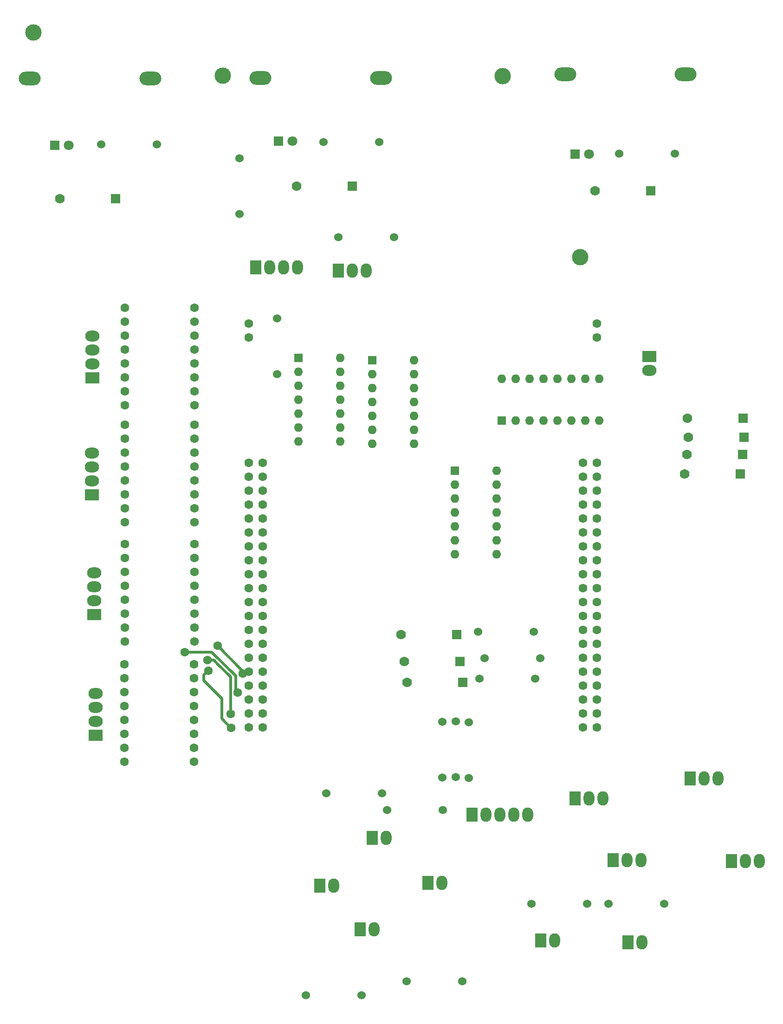
<source format=gbr>
G04 #@! TF.FileFunction,Copper,L1,Top,Signal*
%FSLAX46Y46*%
G04 Gerber Fmt 4.6, Leading zero omitted, Abs format (unit mm)*
G04 Created by KiCad (PCBNEW 4.0.6-e0-6349~53~ubuntu16.04.1) date Sat May 13 22:22:03 2017*
%MOMM*%
%LPD*%
G01*
G04 APERTURE LIST*
%ADD10C,0.050000*%
%ADD11C,1.778000*%
%ADD12R,1.778000X1.778000*%
%ADD13R,1.800000X1.800000*%
%ADD14C,1.800000*%
%ADD15O,4.000000X2.500000*%
%ADD16R,1.600000X1.600000*%
%ADD17O,1.600000X1.600000*%
%ADD18C,3.000000*%
%ADD19R,2.600000X2.000000*%
%ADD20O,2.600000X2.000000*%
%ADD21R,2.000000X2.600000*%
%ADD22O,2.000000X2.600000*%
%ADD23C,1.524000*%
%ADD24C,1.600000*%
%ADD25C,0.508000*%
G04 APERTURE END LIST*
D10*
D11*
X152110000Y-90900000D03*
D12*
X162270000Y-90900000D03*
D11*
X151370000Y-97570000D03*
D12*
X161530000Y-97570000D03*
D11*
X151940000Y-87390000D03*
D12*
X162100000Y-87390000D03*
D11*
X151820000Y-94010000D03*
D12*
X161980000Y-94010000D03*
D13*
X36470000Y-37620000D03*
D14*
X39010000Y-37620000D03*
D11*
X37430000Y-47420000D03*
D12*
X47590000Y-47420000D03*
D13*
X131380000Y-39260000D03*
D14*
X133920000Y-39260000D03*
D11*
X135020000Y-45940000D03*
D12*
X145180000Y-45940000D03*
D11*
X80580000Y-45070000D03*
D12*
X90740000Y-45070000D03*
D13*
X77300000Y-36920000D03*
D14*
X79840000Y-36920000D03*
D15*
X53910000Y-25450000D03*
X31910000Y-25450000D03*
X151600000Y-24660000D03*
X129600000Y-24660000D03*
X96020000Y-25390000D03*
X74020000Y-25390000D03*
D16*
X118070000Y-87870000D03*
D17*
X135850000Y-80250000D03*
X120610000Y-87870000D03*
X133310000Y-80250000D03*
X123150000Y-87870000D03*
X130770000Y-80250000D03*
X125690000Y-87870000D03*
X128230000Y-80250000D03*
X128230000Y-87870000D03*
X125690000Y-80250000D03*
X130770000Y-87870000D03*
X123150000Y-80250000D03*
X133310000Y-87870000D03*
X120610000Y-80250000D03*
X135850000Y-87870000D03*
X118070000Y-80250000D03*
D18*
X132350000Y-58060000D03*
X32570000Y-17090000D03*
D19*
X43340000Y-80040000D03*
D20*
X43340000Y-77500000D03*
X43340000Y-74960000D03*
X43340000Y-72420000D03*
D19*
X43300000Y-101400000D03*
D20*
X43300000Y-98860000D03*
X43300000Y-96320000D03*
X43300000Y-93780000D03*
D18*
X118220000Y-25070000D03*
X67120000Y-24980000D03*
D19*
X144960000Y-76130000D03*
D20*
X144960000Y-78670000D03*
D19*
X43910000Y-145250000D03*
D20*
X43910000Y-142710000D03*
X43910000Y-140170000D03*
X43910000Y-137630000D03*
D19*
X43700000Y-123210000D03*
D20*
X43700000Y-120670000D03*
X43700000Y-118130000D03*
X43700000Y-115590000D03*
D21*
X73150000Y-59880000D03*
D22*
X75690000Y-59880000D03*
X78230000Y-59880000D03*
X80770000Y-59880000D03*
D21*
X152380000Y-153120000D03*
D22*
X154920000Y-153120000D03*
X157460000Y-153120000D03*
D21*
X131450000Y-156780000D03*
D22*
X133990000Y-156780000D03*
X136530000Y-156780000D03*
D21*
X159900000Y-168160000D03*
D22*
X162440000Y-168160000D03*
X164980000Y-168160000D03*
D21*
X138340000Y-168060000D03*
D22*
X140880000Y-168060000D03*
X143420000Y-168060000D03*
D21*
X92190000Y-180640000D03*
D22*
X94730000Y-180640000D03*
D21*
X84880000Y-172720000D03*
D22*
X87420000Y-172720000D03*
D21*
X94450000Y-164000000D03*
D22*
X96990000Y-164000000D03*
D21*
X104570000Y-172140000D03*
D22*
X107110000Y-172140000D03*
D21*
X88230000Y-60490000D03*
D22*
X90770000Y-60490000D03*
X93310000Y-60490000D03*
D21*
X141020000Y-183060000D03*
D22*
X143560000Y-183060000D03*
D21*
X125170000Y-182650000D03*
D22*
X127710000Y-182650000D03*
D23*
X55160000Y-37450000D03*
X45000000Y-37450000D03*
X149610000Y-39210000D03*
X139450000Y-39210000D03*
X95650000Y-37020000D03*
X85490000Y-37020000D03*
X98410000Y-54380000D03*
X88250000Y-54380000D03*
X82270000Y-192710000D03*
X92430000Y-192710000D03*
X85990000Y-155870000D03*
X96150000Y-155870000D03*
X97080000Y-158900000D03*
X107240000Y-158900000D03*
X100670000Y-190170000D03*
X110830000Y-190170000D03*
X112060000Y-142870000D03*
X112060000Y-153030000D03*
X107230000Y-142770000D03*
X107230000Y-152930000D03*
X109670000Y-142690000D03*
X109670000Y-152850000D03*
X137540000Y-176010000D03*
X147700000Y-176010000D03*
X123440000Y-176010000D03*
X133600000Y-176010000D03*
D16*
X94400000Y-76820000D03*
D17*
X102020000Y-92060000D03*
X94400000Y-79360000D03*
X102020000Y-89520000D03*
X94400000Y-81900000D03*
X102020000Y-86980000D03*
X94400000Y-84440000D03*
X102020000Y-84440000D03*
X94400000Y-86980000D03*
X102020000Y-81900000D03*
X94400000Y-89520000D03*
X102020000Y-79360000D03*
X94400000Y-92060000D03*
X102020000Y-76820000D03*
D16*
X80970000Y-76390000D03*
D17*
X88590000Y-91630000D03*
X80970000Y-78930000D03*
X88590000Y-89090000D03*
X80970000Y-81470000D03*
X88590000Y-86550000D03*
X80970000Y-84010000D03*
X88590000Y-84010000D03*
X80970000Y-86550000D03*
X88590000Y-81470000D03*
X80970000Y-89090000D03*
X88590000Y-78930000D03*
X80970000Y-91630000D03*
X88590000Y-76390000D03*
D16*
X109480000Y-97020000D03*
D17*
X117100000Y-112260000D03*
X109480000Y-99560000D03*
X117100000Y-109720000D03*
X109480000Y-102100000D03*
X117100000Y-107180000D03*
X109480000Y-104640000D03*
X117100000Y-104640000D03*
X109480000Y-107180000D03*
X117100000Y-102100000D03*
X109480000Y-109720000D03*
X117100000Y-99560000D03*
X109480000Y-112260000D03*
X117100000Y-97020000D03*
D11*
X99620000Y-126910000D03*
D12*
X109780000Y-126910000D03*
D11*
X100740000Y-135580000D03*
D12*
X110900000Y-135580000D03*
D11*
X100240000Y-131830000D03*
D12*
X110400000Y-131830000D03*
D21*
X112650000Y-159720000D03*
D22*
X115190000Y-159720000D03*
X117730000Y-159720000D03*
X120270000Y-159720000D03*
X122810000Y-159720000D03*
D23*
X77050000Y-69230000D03*
X77050000Y-79390000D03*
X70220000Y-40020000D03*
X70220000Y-50180000D03*
X113990000Y-134950000D03*
X124150000Y-134950000D03*
X113680000Y-126340000D03*
X123840000Y-126340000D03*
X114860000Y-131180000D03*
X125020000Y-131180000D03*
D24*
X61970000Y-106420000D03*
X49270000Y-106420000D03*
X61970000Y-103880000D03*
X61970000Y-101340000D03*
X61970000Y-98800000D03*
X61970000Y-96260000D03*
X61970000Y-93720000D03*
X61970000Y-91180000D03*
X61970000Y-88640000D03*
X49270000Y-103880000D03*
X49270000Y-101340000D03*
X49270000Y-98800000D03*
X49270000Y-96260000D03*
X49270000Y-93720000D03*
X49270000Y-91180000D03*
X49270000Y-88640000D03*
X61970000Y-85080000D03*
X49270000Y-85080000D03*
X61970000Y-82540000D03*
X61970000Y-80000000D03*
X61970000Y-77460000D03*
X61970000Y-74920000D03*
X61970000Y-72380000D03*
X61970000Y-69840000D03*
X61970000Y-67300000D03*
X49270000Y-82540000D03*
X49270000Y-80000000D03*
X49270000Y-77460000D03*
X49270000Y-74920000D03*
X49270000Y-72380000D03*
X49270000Y-69840000D03*
X49270000Y-67300000D03*
X61970000Y-128140000D03*
X49270000Y-128140000D03*
X61970000Y-125600000D03*
X61970000Y-123060000D03*
X61970000Y-120520000D03*
X61970000Y-117980000D03*
X61970000Y-115440000D03*
X61970000Y-112900000D03*
X61970000Y-110360000D03*
X49270000Y-125600000D03*
X49270000Y-123060000D03*
X49270000Y-120520000D03*
X49270000Y-117980000D03*
X49270000Y-115440000D03*
X49270000Y-112900000D03*
X49270000Y-110360000D03*
X61910000Y-150050000D03*
X49210000Y-150050000D03*
X61910000Y-147510000D03*
X61910000Y-144970000D03*
X61910000Y-142430000D03*
X61910000Y-139890000D03*
X61910000Y-137350000D03*
X61910000Y-134810000D03*
X61910000Y-132270000D03*
X49210000Y-147510000D03*
X49210000Y-144970000D03*
X49210000Y-142430000D03*
X49210000Y-139890000D03*
X49210000Y-137350000D03*
X49210000Y-134810000D03*
X49210000Y-132270000D03*
X71850000Y-143830000D03*
X74390000Y-143830000D03*
X71850000Y-141290000D03*
X71850000Y-138750000D03*
X71850000Y-136210000D03*
X71850000Y-133670000D03*
X71850000Y-131130000D03*
X71850000Y-128590000D03*
X71850000Y-126050000D03*
X71850000Y-123510000D03*
X71850000Y-120970000D03*
X71850000Y-118430000D03*
X71850000Y-115890000D03*
X71850000Y-113350000D03*
X71850000Y-110810000D03*
X71850000Y-108270000D03*
X71850000Y-105730000D03*
X71850000Y-103190000D03*
X71850000Y-100650000D03*
X71850000Y-98110000D03*
X74390000Y-141290000D03*
X74390000Y-138750000D03*
X74390000Y-136210000D03*
X74390000Y-133670000D03*
X74390000Y-131130000D03*
X74390000Y-128590000D03*
X74390000Y-126050000D03*
X74390000Y-123510000D03*
X74390000Y-120970000D03*
X74390000Y-118430000D03*
X74390000Y-115890000D03*
X74390000Y-113350000D03*
X74390000Y-110810000D03*
X74390000Y-108270000D03*
X74390000Y-105730000D03*
X74390000Y-103190000D03*
X74390000Y-100650000D03*
X74390000Y-98110000D03*
X135350000Y-143830000D03*
X132810000Y-143830000D03*
X135350000Y-141290000D03*
X135350000Y-138750000D03*
X135350000Y-136210000D03*
X135350000Y-133670000D03*
X135350000Y-131130000D03*
X135350000Y-128590000D03*
X135350000Y-126050000D03*
X135350000Y-123510000D03*
X135350000Y-120970000D03*
X135350000Y-118430000D03*
X135350000Y-115890000D03*
X135350000Y-113350000D03*
X135350000Y-110810000D03*
X135350000Y-108270000D03*
X135350000Y-105730000D03*
X135350000Y-103190000D03*
X135350000Y-100650000D03*
X135350000Y-98110000D03*
X132810000Y-98110000D03*
X132810000Y-100650000D03*
X132810000Y-103190000D03*
X132810000Y-105730000D03*
X132810000Y-108270000D03*
X132810000Y-110810000D03*
X132810000Y-113350000D03*
X132810000Y-115890000D03*
X132810000Y-118430000D03*
X132810000Y-120970000D03*
X132810000Y-123510000D03*
X132810000Y-126050000D03*
X132810000Y-128590000D03*
X132810000Y-131130000D03*
X132810000Y-133670000D03*
X132810000Y-136210000D03*
X132810000Y-138750000D03*
X132810000Y-141290000D03*
X71850000Y-70170000D03*
X71850000Y-72710000D03*
X135350000Y-70170000D03*
X135350000Y-72710000D03*
X71870000Y-95570000D03*
X74410000Y-95570000D03*
X132830000Y-95570000D03*
X135370000Y-95570000D03*
X68640000Y-143890000D03*
X64490000Y-133490000D03*
X68550000Y-141340000D03*
X64390000Y-131550000D03*
X69858000Y-137440000D03*
X60240000Y-130100000D03*
X70828444Y-134001349D03*
X66180000Y-128940000D03*
D25*
X66950000Y-142250000D02*
X68590000Y-143890000D01*
X68590000Y-143890000D02*
X68640000Y-143890000D01*
X66950000Y-138530000D02*
X66950000Y-142250000D01*
X63690001Y-135270001D02*
X66950000Y-138530000D01*
X64490000Y-133490000D02*
X63690001Y-134289999D01*
X63690001Y-134289999D02*
X63690001Y-135270001D01*
X66160000Y-132188630D02*
X68550000Y-134578630D01*
X68550000Y-134578630D02*
X68550000Y-141340000D01*
X65710000Y-131738630D02*
X66160000Y-132188630D01*
X64390000Y-131550000D02*
X65521370Y-131550000D01*
X65521370Y-131550000D02*
X65710000Y-131738630D01*
X69480000Y-134430986D02*
X69480000Y-137062000D01*
X69480000Y-137062000D02*
X69858000Y-137440000D01*
X60240000Y-130100000D02*
X65149014Y-130100000D01*
X65149014Y-130100000D02*
X69480000Y-134430986D01*
X66180000Y-128940000D02*
X70828444Y-133588444D01*
X70828444Y-133588444D02*
X70828444Y-134001349D01*
M02*

</source>
